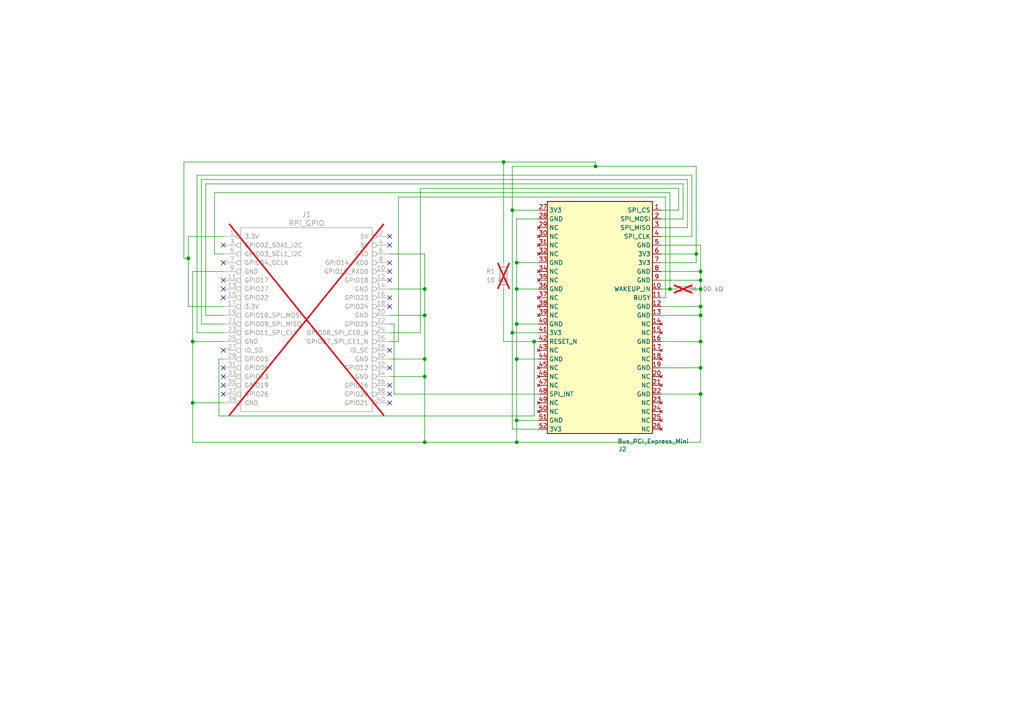
<source format=kicad_sch>
(kicad_sch (version 20250114) (generator "eeschema") (generator_version "9.0")
  (paper "A4")
  (lib_symbols
    (symbol "Connector-ML:RPi_GPIO" (pin_names (offset 1.016))
      (property "Reference" "J1" (at 19.05 6.35 0))
      (property "Value" "RPi_GPIO" (at 19.05 3.81 0))
      (symbol "RPi_GPIO_0_1"
        (rectangle (start 0 2.54) (end 38.1 -50.8))
      )
      (symbol "RPi_GPIO_1_1"
        (pin passive inverted (at -5.08 0 0) (length 5.08) (name "3.3V") (number "1"))
        (pin bidirectional inverted (at -5.08 -2.54 0) (length 5.08) (name "GPIO02_SDA1_I2C") (number "3"))
        (pin bidirectional inverted (at -5.08 -5.08 0) (length 5.08) (name "GPIO03_SCL1_I2C") (number "5"))
        (pin bidirectional inverted (at -5.08 -7.62 0) (length 5.08) (name "GPIO04_GCLK") (number "7"))
        (pin passive inverted (at -5.08 -10.16 0) (length 5.08) (name "GND") (number "9"))
        (pin bidirectional inverted (at -5.08 -12.7 0) (length 5.08) (name "GPIO17") (number "11"))
        (pin bidirectional inverted (at -5.08 -15.24 0) (length 5.08) (name "GPIO27") (number "13"))
        (pin bidirectional inverted (at -5.08 -17.78 0) (length 5.08) (name "GPIO22") (number "15"))
        (pin passive inverted (at -5.08 -20.32 0) (length 5.08) (name "3.3V") (number "17"))
        (pin bidirectional inverted (at -5.08 -22.86 0) (length 5.08) (name "GPIO10_SPI_MOSI") (number "19"))
        (pin bidirectional inverted (at -5.08 -25.4 0) (length 5.08) (name "GPIO09_SPI_MISO") (number "21"))
        (pin bidirectional inverted (at -5.08 -27.94 0) (length 5.08) (name "GPIO11_SPI_CLK") (number "23"))
        (pin passive inverted (at -5.08 -30.48 0) (length 5.08) (name "GND") (number "25"))
        (pin bidirectional inverted (at -5.08 -33.02 0) (length 5.08) (name "ID_SD") (number "27"))
        (pin bidirectional inverted (at -5.08 -35.56 0) (length 5.08) (name "GPIO05") (number "29"))
        (pin bidirectional inverted (at -5.08 -38.1 0) (length 5.08) (name "GPIO06") (number "31"))
        (pin bidirectional inverted (at -5.08 -40.64 0) (length 5.08) (name "GPIO13") (number "33"))
        (pin bidirectional inverted (at -5.08 -43.18 0) (length 5.08) (name "GPIO19") (number "35"))
        (pin bidirectional inverted (at -5.08 -45.72 0) (length 5.08) (name "GPIO26") (number "37"))
        (pin passive inverted (at -5.08 -48.26 0) (length 5.08) (name "GND") (number "39"))
        (pin power_in inverted (at 43.18 0 180) (length 5.08) (name "5V") (number "2"))
        (pin power_in inverted (at 43.18 -2.54 180) (length 5.08) (name "5V") (number "4"))
        (pin passive inverted (at 43.18 -5.08 180) (length 5.08) (name "GND") (number "6"))
        (pin bidirectional inverted (at 43.18 -7.62 180) (length 5.08) (name "GPIO14_TXD0") (number "8"))
        (pin bidirectional inverted (at 43.18 -10.16 180) (length 5.08) (name "GPIO15_RXD0") (number "10"))
        (pin bidirectional inverted (at 43.18 -12.7 180) (length 5.08) (name "GPIO18") (number "12"))
        (pin passive inverted (at 43.18 -15.24 180) (length 5.08) (name "GND") (number "14"))
        (pin bidirectional inverted (at 43.18 -17.78 180) (length 5.08) (name "GPIO23") (number "16"))
        (pin bidirectional inverted (at 43.18 -20.32 180) (length 5.08) (name "GPIO24") (number "18"))
        (pin passive inverted (at 43.18 -22.86 180) (length 5.08) (name "GND") (number "20"))
        (pin bidirectional inverted (at 43.18 -25.4 180) (length 5.08) (name "GPIO25") (number "22"))
        (pin bidirectional inverted (at 43.18 -27.94 180) (length 5.08) (name "GPIO08_SPI_CE0_N") (number "24"))
        (pin bidirectional inverted (at 43.18 -30.48 180) (length 5.08) (name "GPIO07_SPI_CE1_N") (number "26"))
        (pin bidirectional inverted (at 43.18 -33.02 180) (length 5.08) (name "ID_SC") (number "28"))
        (pin passive inverted (at 43.18 -35.56 180) (length 5.08) (name "GND") (number "30"))
        (pin bidirectional inverted (at 43.18 -38.1 180) (length 5.08) (name "GPIO12") (number "32"))
        (pin passive inverted (at 43.18 -40.64 180) (length 5.08) (name "GND") (number "34"))
        (pin bidirectional inverted (at 43.18 -43.18 180) (length 5.08) (name "GPIO16") (number "36"))
        (pin bidirectional inverted (at 43.18 -45.72 180) (length 5.08) (name "GPIO20") (number "38"))
        (pin bidirectional inverted (at 43.18 -48.26 180) (length 5.08) (name "GPIO21") (number "40"))
      )
    )
    (symbol "Connector:Bus_PCI_Express_Mini"
      (property "Reference" "J2" (at 5.334 -41.402 0))
      (property "Value" "Bus_PCI_Express_Mini" (at 5.08 -39.116 0))
      (symbol "Bus_PCI_Express_Mini_0_1"
        (rectangle (start -15.24 30.48) (end 15.24 -36.83) (stroke (width 0.254)) (fill (type background)))
      )
      (symbol "Bus_PCI_Express_Mini_1_1"
        (pin power_in line (at -17.78 27.94 0) (length 2.54) (name "3V3") (number "27"))
        (pin passive line (at -17.78 25.4 0) (length 2.54) (name "GND") (number "28"))
        (pin no_connect line (at -17.78 22.86 0) (length 2.54) (name "NC") (number "29"))
        (pin no_connect line (at -17.78 20.32 0) (length 2.54) (name "NC") (number "30"))
        (pin no_connect line (at -17.78 17.78 0) (length 2.54) (name "NC") (number "31"))
        (pin no_connect line (at -17.78 15.24 0) (length 2.54) (name "NC") (number "32"))
        (pin passive line (at -17.78 12.7 0) (length 2.54) (name "GND") (number "33"))
        (pin no_connect line (at -17.78 10.16 0) (length 2.54) (name "NC") (number "34"))
        (pin no_connect line (at -17.78 7.62 0) (length 2.54) (name "NC") (number "35"))
        (pin passive line (at -17.78 5.08 0) (length 2.54) (name "GND") (number "36"))
        (pin no_connect line (at -17.78 2.54 0) (length 2.54) (name "NC") (number "37"))
        (pin no_connect line (at -17.78 0 0) (length 2.54) (name "NC") (number "38"))
        (pin no_connect line (at -17.78 -2.54 0) (length 2.54) (name "NC") (number "39"))
        (pin passive line (at -17.78 -5.08 0) (length 2.54) (name "GND") (number "40"))
        (pin power_in line (at -17.78 -7.62 0) (length 2.54) (name "3V3") (number "41"))
        (pin input line (at -17.78 -10.16 0) (length 2.54) (name "RESET_N") (number "42"))
        (pin no_connect line (at -17.78 -12.7 0) (length 2.54) (name "NC") (number "43"))
        (pin passive line (at -17.78 -15.24 0) (length 2.54) (name "GND") (number "44"))
        (pin no_connect line (at -17.78 -17.78 0) (length 2.54) (name "NC") (number "45"))
        (pin no_connect line (at -17.78 -20.32 0) (length 2.54) (name "NC") (number "46"))
        (pin no_connect line (at -17.78 -22.86 0) (length 2.54) (name "NC") (number "47"))
        (pin input line (at -17.78 -25.4 0) (length 2.54) (name "SPI_INT") (number "48"))
        (pin no_connect line (at -17.78 -27.94 0) (length 2.54) (name "NC") (number "49"))
        (pin no_connect line (at -17.78 -30.48 0) (length 2.54) (name "NC") (number "50"))
        (pin passive line (at -17.78 -33.02 0) (length 2.54) (name "GND") (number "51"))
        (pin power_in line (at -17.78 -35.56 0) (length 2.54) (name "3V3") (number "52"))
        (pin input line (at 17.78 27.94 180) (length 2.54) (name "SPI_CS") (number "1"))
        (pin output line (at 17.78 25.4 180) (length 2.54) (name "SPI_MOSI") (number "2"))
        (pin input line (at 17.78 22.86 180) (length 2.54) (name "SPI_MISO") (number "3"))
        (pin input line (at 17.78 20.32 180) (length 2.54) (name "SPI_CLK") (number "4"))
        (pin passive line (at 17.78 17.78 180) (length 2.54) (name "GND") (number "5"))
        (pin power_in line (at 17.78 15.24 180) (length 2.54) (name "3V3") (number "6"))
        (pin power_in line (at 17.78 12.7 180) (length 2.54) (name "3V3") (number "7"))
        (pin passive line (at 17.78 10.16 180) (length 2.54) (name "GND") (number "8"))
        (pin passive line (at 17.78 7.62 180) (length 2.54) (name "GND") (number "9"))
        (pin input line (at 17.78 5.08 180) (length 2.54) (name "WAKEUP_IN") (number "10"))
        (pin output line (at 17.78 2.54 180) (length 2.54) (name "BUSY") (number "11"))
        (pin passive line (at 17.78 0 180) (length 2.54) (name "GND") (number "12"))
        (pin passive line (at 17.78 -2.54 180) (length 2.54) (name "GND") (number "13"))
        (pin no_connect line (at 17.78 -5.08 180) (length 2.54) (name "NC") (number "14"))
        (pin no_connect line (at 17.78 -7.62 180) (length 2.54) (name "NC") (number "15"))
        (pin passive line (at 17.78 -10.16 180) (length 2.54) (name "GND") (number "16"))
        (pin no_connect line (at 17.78 -12.7 180) (length 2.54) (name "NC") (number "17"))
        (pin no_connect line (at 17.78 -15.24 180) (length 2.54) (name "NC") (number "18"))
        (pin passive line (at 17.78 -17.78 180) (length 2.54) (name "GND") (number "19"))
        (pin no_connect line (at 17.78 -20.32 180) (length 2.54) (name "NC") (number "20"))
        (pin no_connect line (at 17.78 -22.86 180) (length 2.54) (name "NC") (number "21"))
        (pin passive line (at 17.78 -25.4 180) (length 2.54) (name "GND") (number "22"))
        (pin no_connect line (at 17.78 -27.94 180) (length 2.54) (name "NC") (number "23"))
        (pin no_connect line (at 17.78 -30.48 180) (length 2.54) (name "NC") (number "24"))
        (pin no_connect line (at 17.78 -33.02 180) (length 2.54) (name "NC") (number "25"))
        (pin no_connect line (at 17.78 -35.56 180) (length 2.54) (name "NC") (number "26"))
      )
    )
    (symbol "Device:R" (pin_numbers (hide yes)) (pin_names (offset 0))
      (property "Reference" "R" (at 2.032 0 90))
      (property "Value" "R" (at 0 0 90))
      (symbol "R_0_1"
        (rectangle (start -1.016 -2.54) (end 1.016 2.54) (stroke (width 0.254)))
      )
      (symbol "R_1_1"
        (pin passive line (at 0 3.81 270) (length 1.27) (name "~") (number "1"))
        (pin passive line (at 0 -3.81 90) (length 1.27) (name "~") (number "2"))
      )
    )
    (symbol "Device:R_Small" (pin_numbers (hide yes)) (pin_names (offset 0.254) (hide yes))
      (property "Reference" "R" (at 0 0 90))
      (property "Value" "R_Small" (at 1.778 0 90))
      (symbol "R_Small_0_1"
        (rectangle (start -0.762 1.778) (end 0.762 -1.778) (stroke (width 0.2032)))
      )
      (symbol "R_Small_1_1"
        (pin passive line (at 0 2.54 270) (length 0.762) (name "~") (number "1"))
        (pin passive line (at 0 -2.54 90) (length 0.762) (name "~") (number "2"))
      )
    )
  )
  (junction (at 154.94 99.06))
  (junction (at 149.86 76.2))
  (junction (at 203.2 106.68))
  (junction (at 203.2 88.9))
  (junction (at 55.88 99.06))
  (junction (at 148.59 60.96))
  (junction (at 201.93 73.66))
  (junction (at 172.72 48.26))
  (junction (at 203.2 83.82))
  (junction (at 123.19 83.82))
  (junction (at 194.31 83.82))
  (junction (at 123.19 109.22))
  (junction (at 149.86 104.14))
  (junction (at 203.2 99.06))
  (junction (at 203.2 114.3))
  (junction (at 54.61 74.93))
  (junction (at 203.2 78.74))
  (junction (at 149.86 93.98))
  (junction (at 123.19 128.27))
  (junction (at 149.86 128.27))
  (junction (at 123.19 104.14))
  (junction (at 149.86 83.82))
  (junction (at 55.88 116.84))
  (junction (at 146.05 46.99))
  (junction (at 148.59 96.52))
  (junction (at 203.2 91.44))
  (junction (at 123.19 91.44))
  (junction (at 149.86 121.92))
  (junction (at 203.2 81.28))
  (no_connect (at 113.03 111.76))
  (no_connect (at 113.03 78.74))
  (no_connect (at 113.03 81.28))
  (no_connect (at 64.77 111.76))
  (no_connect (at 64.77 101.6))
  (no_connect (at 113.03 88.9))
  (no_connect (at 64.77 109.22))
  (no_connect (at 113.03 106.68))
  (no_connect (at 113.03 76.2))
  (no_connect (at 64.77 106.68))
  (no_connect (at 113.03 71.12))
  (no_connect (at 113.03 101.6))
  (no_connect (at 64.77 86.36))
  (no_connect (at 113.03 116.84))
  (no_connect (at 113.03 114.3))
  (no_connect (at 113.03 68.58))
  (no_connect (at 64.77 83.82))
  (no_connect (at 64.77 114.3))
  (no_connect (at 113.03 86.36))
  (no_connect (at 64.77 81.28))
  (no_connect (at 64.77 76.2))
  (no_connect (at 64.77 71.12))
  (wire (pts (xy 191.77 106.68) (xy 203.2 106.68)))
  (wire (pts (xy 191.77 78.74) (xy 203.2 78.74)))
  (wire (pts (xy 148.59 60.96) (xy 148.59 96.52)))
  (wire (pts (xy 203.2 106.68) (xy 203.2 114.3)))
  (wire (pts (xy 148.59 48.26) (xy 148.59 60.96)))
  (wire (pts (xy 191.77 99.06) (xy 203.2 99.06)))
  (wire (pts (xy 62.23 55.88) (xy 62.23 73.66)))
  (wire (pts (xy 172.72 48.26) (xy 201.93 48.26)))
  (wire (pts (xy 149.86 63.5) (xy 149.86 76.2)))
  (wire (pts (xy 148.59 96.52) (xy 156.21 96.52)))
  (wire (pts (xy 194.31 55.88) (xy 194.31 83.82)))
  (wire (pts (xy 194.31 83.82) (xy 191.77 83.82)))
  (wire (pts (xy 203.2 81.28) (xy 203.2 78.74)))
  (wire (pts (xy 55.88 78.74) (xy 55.88 99.06)))
  (wire (pts (xy 203.2 91.44) (xy 203.2 99.06)))
  (wire (pts (xy 63.5 104.14) (xy 64.77 104.14)))
  (wire (pts (xy 148.59 48.26) (xy 172.72 48.26)))
  (wire (pts (xy 63.5 120.65) (xy 154.94 120.65)))
  (wire (pts (xy 64.77 73.66) (xy 62.23 73.66)))
  (wire (pts (xy 193.04 57.15) (xy 193.04 86.36)))
  (wire (pts (xy 194.31 83.82) (xy 195.58 83.82)))
  (wire (pts (xy 191.77 114.3) (xy 203.2 114.3)))
  (wire (pts (xy 54.61 68.58) (xy 64.77 68.58)))
  (wire (pts (xy 148.59 124.46) (xy 156.21 124.46)))
  (wire (pts (xy 55.88 99.06) (xy 55.88 116.84)))
  (wire (pts (xy 115.57 57.15) (xy 193.04 57.15)))
  (wire (pts (xy 121.92 96.52) (xy 121.92 54.61)))
  (wire (pts (xy 191.77 81.28) (xy 203.2 81.28)))
  (wire (pts (xy 59.69 53.34) (xy 59.69 91.44)))
  (wire (pts (xy 113.03 99.06) (xy 115.57 99.06)))
  (wire (pts (xy 53.34 74.93) (xy 53.34 46.99)))
  (wire (pts (xy 191.77 73.66) (xy 201.93 73.66)))
  (wire (pts (xy 148.59 60.96) (xy 156.21 60.96)))
  (wire (pts (xy 123.19 91.44) (xy 123.19 83.82)))
  (wire (pts (xy 191.77 91.44) (xy 203.2 91.44)))
  (wire (pts (xy 198.12 63.5) (xy 191.77 63.5)))
  (wire (pts (xy 55.88 128.27) (xy 55.88 116.84)))
  (wire (pts (xy 121.92 54.61) (xy 196.85 54.61)))
  (wire (pts (xy 149.86 93.98) (xy 149.86 104.14)))
  (wire (pts (xy 156.21 121.92) (xy 149.86 121.92)))
  (wire (pts (xy 200.66 68.58) (xy 191.77 68.58)))
  (wire (pts (xy 115.57 99.06) (xy 115.57 57.15)))
  (wire (pts (xy 64.77 88.9) (xy 54.61 88.9)))
  (wire (pts (xy 114.3 93.98) (xy 114.3 114.3)))
  (wire (pts (xy 203.2 71.12) (xy 203.2 78.74)))
  (wire (pts (xy 146.05 83.82) (xy 146.05 99.06)))
  (wire (pts (xy 57.15 96.52) (xy 57.15 50.8)))
  (wire (pts (xy 59.69 91.44) (xy 64.77 91.44)))
  (wire (pts (xy 59.69 53.34) (xy 198.12 53.34)))
  (wire (pts (xy 113.03 109.22) (xy 123.19 109.22)))
  (wire (pts (xy 64.77 78.74) (xy 55.88 78.74)))
  (wire (pts (xy 149.86 104.14) (xy 149.86 121.92)))
  (wire (pts (xy 113.03 96.52) (xy 121.92 96.52)))
  (wire (pts (xy 114.3 114.3) (xy 156.21 114.3)))
  (wire (pts (xy 63.5 104.14) (xy 63.5 120.65)))
  (wire (pts (xy 57.15 50.8) (xy 200.66 50.8)))
  (wire (pts (xy 123.19 128.27) (xy 149.86 128.27)))
  (wire (pts (xy 199.39 52.07) (xy 199.39 66.04)))
  (wire (pts (xy 149.86 76.2) (xy 156.21 76.2)))
  (wire (pts (xy 203.2 99.06) (xy 203.2 106.68)))
  (wire (pts (xy 123.19 128.27) (xy 55.88 128.27)))
  (wire (pts (xy 196.85 60.96) (xy 191.77 60.96)))
  (wire (pts (xy 203.2 128.27) (xy 203.2 114.3)))
  (wire (pts (xy 123.19 109.22) (xy 123.19 128.27)))
  (wire (pts (xy 193.04 86.36) (xy 191.77 86.36)))
  (wire (pts (xy 198.12 53.34) (xy 198.12 63.5)))
  (wire (pts (xy 58.42 52.07) (xy 199.39 52.07)))
  (wire (pts (xy 53.34 46.99) (xy 146.05 46.99)))
  (wire (pts (xy 123.19 73.66) (xy 123.19 83.82)))
  (wire (pts (xy 149.86 93.98) (xy 149.86 83.82)))
  (wire (pts (xy 149.86 128.27) (xy 203.2 128.27)))
  (wire (pts (xy 200.66 83.82) (xy 203.2 83.82)))
  (wire (pts (xy 123.19 104.14) (xy 123.19 91.44)))
  (wire (pts (xy 146.05 46.99) (xy 146.05 76.2)))
  (wire (pts (xy 148.59 96.52) (xy 148.59 124.46)))
  (wire (pts (xy 154.94 120.65) (xy 154.94 99.06)))
  (wire (pts (xy 149.86 121.92) (xy 149.86 128.27)))
  (wire (pts (xy 54.61 74.93) (xy 53.34 74.93)))
  (wire (pts (xy 191.77 76.2) (xy 201.93 76.2)))
  (wire (pts (xy 54.61 74.93) (xy 54.61 68.58)))
  (wire (pts (xy 54.61 88.9) (xy 54.61 74.93)))
  (wire (pts (xy 156.21 93.98) (xy 149.86 93.98)))
  (wire (pts (xy 58.42 93.98) (xy 64.77 93.98)))
  (wire (pts (xy 156.21 63.5) (xy 149.86 63.5)))
  (wire (pts (xy 201.93 48.26) (xy 201.93 73.66)))
  (wire (pts (xy 123.19 109.22) (xy 123.19 104.14)))
  (wire (pts (xy 191.77 71.12) (xy 203.2 71.12)))
  (wire (pts (xy 191.77 66.04) (xy 199.39 66.04)))
  (wire (pts (xy 149.86 83.82) (xy 149.86 76.2)))
  (wire (pts (xy 156.21 83.82) (xy 149.86 83.82)))
  (wire (pts (xy 57.15 96.52) (xy 64.77 96.52)))
  (wire (pts (xy 191.77 88.9) (xy 203.2 88.9)))
  (wire (pts (xy 200.66 50.8) (xy 200.66 68.58)))
  (wire (pts (xy 123.19 83.82) (xy 113.03 83.82)))
  (wire (pts (xy 146.05 99.06) (xy 154.94 99.06)))
  (wire (pts (xy 113.03 73.66) (xy 123.19 73.66)))
  (wire (pts (xy 62.23 55.88) (xy 194.31 55.88)))
  (wire (pts (xy 172.72 46.99) (xy 172.72 48.26)))
  (wire (pts (xy 113.03 91.44) (xy 123.19 91.44)))
  (wire (pts (xy 113.03 104.14) (xy 123.19 104.14)))
  (wire (pts (xy 203.2 83.82) (xy 203.2 88.9)))
  (wire (pts (xy 55.88 116.84) (xy 64.77 116.84)))
  (wire (pts (xy 203.2 91.44) (xy 203.2 88.9)))
  (wire (pts (xy 156.21 104.14) (xy 149.86 104.14)))
  (wire (pts (xy 55.88 99.06) (xy 64.77 99.06)))
  (wire (pts (xy 203.2 81.28) (xy 203.2 83.82)))
  (wire (pts (xy 201.93 73.66) (xy 201.93 76.2)))
  (wire (pts (xy 154.94 99.06) (xy 156.21 99.06)))
  (wire (pts (xy 113.03 93.98) (xy 114.3 93.98)))
  (wire (pts (xy 196.85 54.61) (xy 196.85 60.96)))
  (wire (pts (xy 146.05 46.99) (xy 172.72 46.99)))
  (wire (pts (xy 58.42 93.98) (xy 58.42 52.07)))
  (symbol (lib_id "Connector-ML:RPi_GPIO") (at 69.85 68.58 0) (unit 1) (in_bom no) (dnp yes)
    (property "Reference" "J1" (at 88.9 62.23 0) (effects (font (size 1.524 1.524))))
    (property "Value" "RPi_GPIO" (at 88.9 64.77 0) (effects (font (size 1.524 1.524))))
    (property "Footprint" "Connector_PinSocket_2.54mm:PinSocket_2x20_P2.54mm_Vertical" (effects (hide yes)))
  )
  (symbol (lib_id "Device:R_Small") (at 198.12 83.82 90) (unit 1) (in_bom no) (dnp yes)
    (property "Reference" "R6" (at 201.168 83.82 90) (effects (font (size 1.016 1.016))))
    (property "Value" "100 kΩ" (at 206.248 83.82 90))
    (property "Footprint" "Resistor_SMD:R_0402_1005Metric" (effects (hide yes)))
    (property "Description" "Resistor, small symbol" (effects (hide yes)))
  )
  (symbol (lib_id "Connector:Bus_PCI_Express_Mini") (at 173.99 88.9 0) (unit 1)
    (property "Reference" "J2" (at 179.324 130.302 0) (effects (justify left)))
    (property "Value" "Bus_PCI_Express_Mini" (at 179.07 128.016 0) (effects (justify left)))
    (property "Footprint" "2041262-1:CONN60_2041262-1_TEC" (effects (hide yes)))
    (property "Datasheet" "TE Connectivity 2041262-1" (effects (hide yes)))
    (property "Description" "Mini-PCI Express bus connector" (effects (hide yes)))
  )
  (symbol (lib_id "Device:R") (at 146.05 80.01 0) (unit 1) (in_bom no) (dnp yes)
    (property "Reference" "R1" (at 140.97 78.74 0) (effects (justify left)))
    (property "Value" "10 kΩ" (at 140.97 81.28 0) (effects (justify left)))
    (property "Footprint" "Resistor_SMD:R_0402_1005Metric" (effects (hide yes)))
    (property "Description" "Resistor" (effects (hide yes)))
  )
)
</source>
